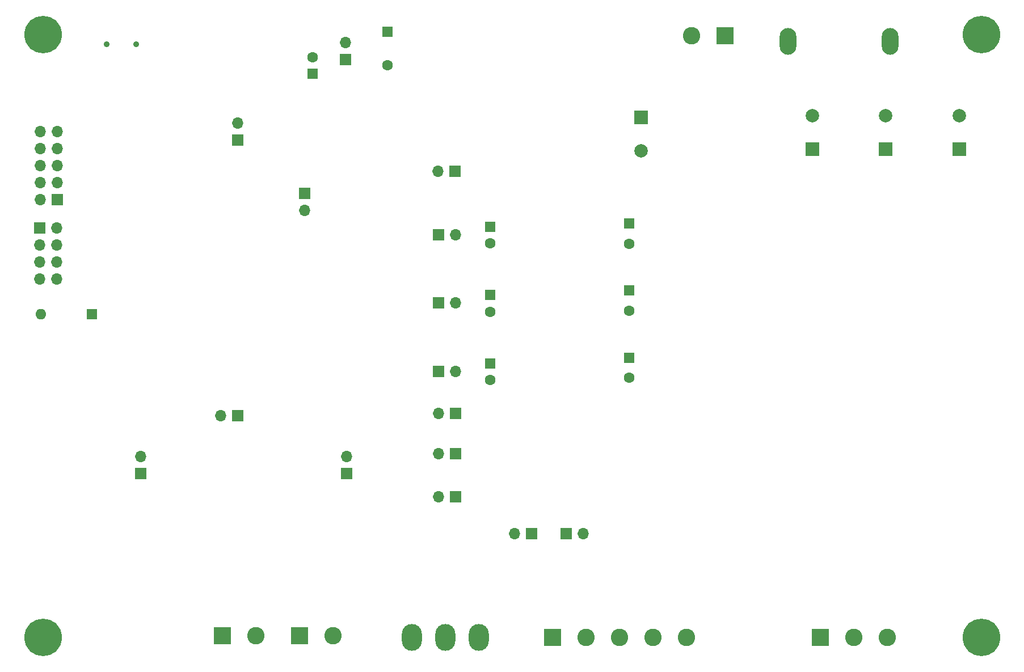
<source format=gbr>
%TF.GenerationSoftware,KiCad,Pcbnew,8.0.3*%
%TF.CreationDate,2024-07-07T23:54:37+03:00*%
%TF.ProjectId,STM32_Motor_Kit_v0.1,53544d33-325f-44d6-9f74-6f725f4b6974,rev?*%
%TF.SameCoordinates,Original*%
%TF.FileFunction,Soldermask,Bot*%
%TF.FilePolarity,Negative*%
%FSLAX46Y46*%
G04 Gerber Fmt 4.6, Leading zero omitted, Abs format (unit mm)*
G04 Created by KiCad (PCBNEW 8.0.3) date 2024-07-07 23:54:37*
%MOMM*%
%LPD*%
G01*
G04 APERTURE LIST*
%ADD10R,1.700000X1.700000*%
%ADD11O,1.700000X1.700000*%
%ADD12R,1.600000X1.600000*%
%ADD13C,1.600000*%
%ADD14C,0.800000*%
%ADD15C,5.600000*%
%ADD16R,2.000000X2.000000*%
%ADD17C,2.000000*%
%ADD18O,1.600000X1.600000*%
%ADD19C,0.900000*%
%ADD20R,2.600000X2.600000*%
%ADD21C,2.600000*%
%ADD22O,2.500000X4.000000*%
%ADD23O,3.000000X4.000000*%
G04 APERTURE END LIST*
D10*
%TO.C,JP13*%
X100250000Y-120525000D03*
D11*
X100250000Y-117985000D03*
%TD*%
D12*
%TO.C,C57*%
X142450000Y-103250000D03*
D13*
X142450000Y-106250000D03*
%TD*%
D10*
%TO.C,JP4*%
X84025000Y-111945000D03*
D11*
X81485000Y-111945000D03*
%TD*%
D12*
%TO.C,C43*%
X121700000Y-83694888D03*
D13*
X121700000Y-86194888D03*
%TD*%
D10*
%TO.C,J2*%
X54460000Y-83860000D03*
D11*
X57000000Y-83860000D03*
X54460000Y-86400000D03*
X57000000Y-86400000D03*
X54460000Y-88940000D03*
X57000000Y-88940000D03*
X54460000Y-91480000D03*
X57000000Y-91480000D03*
%TD*%
D14*
%TO.C,H2*%
X192800000Y-55000000D03*
X193500000Y-53500000D03*
X193500000Y-56500000D03*
X195000000Y-52800000D03*
D15*
X195000000Y-55000000D03*
D14*
X195000000Y-57200000D03*
X196500000Y-53500000D03*
X196500000Y-56500000D03*
X197200000Y-55000000D03*
%TD*%
D10*
%TO.C,JP10*%
X116575000Y-124000000D03*
D11*
X114035000Y-124000000D03*
%TD*%
D16*
%TO.C,C19*%
X144250000Y-67382323D03*
D17*
X144250000Y-72382323D03*
%TD*%
D10*
%TO.C,JP6*%
X114025000Y-84900000D03*
D11*
X116565000Y-84900000D03*
%TD*%
D12*
%TO.C,C45*%
X121700000Y-104094888D03*
D13*
X121700000Y-106594888D03*
%TD*%
D12*
%TO.C,SW1*%
X62300000Y-96750000D03*
D18*
X54680000Y-96750000D03*
%TD*%
D16*
%TO.C,C58*%
X180750000Y-72117677D03*
D17*
X180750000Y-67117677D03*
%TD*%
D12*
%TO.C,C53*%
X142450000Y-83250000D03*
D13*
X142450000Y-86250000D03*
%TD*%
D10*
%TO.C,JP12*%
X133075000Y-129500000D03*
D11*
X135615000Y-129500000D03*
%TD*%
D19*
%TO.C,J8*%
X68900000Y-56500000D03*
X64500000Y-56500000D03*
%TD*%
D16*
%TO.C,C59*%
X191750000Y-72117677D03*
D17*
X191750000Y-67117677D03*
%TD*%
D14*
%TO.C,H4*%
X192800000Y-145000000D03*
X193500000Y-143500000D03*
X193500000Y-146500000D03*
X195000000Y-142800000D03*
D15*
X195000000Y-145000000D03*
D14*
X195000000Y-147200000D03*
X196500000Y-143500000D03*
X196500000Y-146500000D03*
X197200000Y-145000000D03*
%TD*%
D12*
%TO.C,C31*%
X106400000Y-54597349D03*
D13*
X106400000Y-59597349D03*
%TD*%
D20*
%TO.C,J3*%
X81750000Y-144805000D03*
D21*
X86750000Y-144805000D03*
%TD*%
D10*
%TO.C,JP7*%
X114025000Y-95100000D03*
D11*
X116565000Y-95100000D03*
%TD*%
D20*
%TO.C,J5*%
X131000000Y-145000000D03*
D21*
X136000000Y-145000000D03*
X141000000Y-145000000D03*
X146000000Y-145000000D03*
X151000000Y-145000000D03*
%TD*%
D22*
%TO.C,F1*%
X166130000Y-56000000D03*
X181370000Y-56000000D03*
%TD*%
D20*
%TO.C,J1*%
X156750000Y-55195000D03*
D21*
X151750000Y-55195000D03*
%TD*%
D10*
%TO.C,JP15*%
X84000000Y-70775000D03*
D11*
X84000000Y-68235000D03*
%TD*%
D20*
%TO.C,J4*%
X171000000Y-145000000D03*
D21*
X176000000Y-145000000D03*
X181000000Y-145000000D03*
%TD*%
D12*
%TO.C,C44*%
X121700000Y-93894888D03*
D13*
X121700000Y-96394888D03*
%TD*%
D10*
%TO.C,JP3*%
X116500000Y-75400000D03*
D11*
X113960000Y-75400000D03*
%TD*%
D14*
%TO.C,H3*%
X52800000Y-145000000D03*
X53500000Y-143500000D03*
X53500000Y-146500000D03*
X55000000Y-142800000D03*
D15*
X55000000Y-145000000D03*
D14*
X55000000Y-147200000D03*
X56500000Y-143500000D03*
X56500000Y-146500000D03*
X57200000Y-145000000D03*
%TD*%
D10*
%TO.C,JP9*%
X116575000Y-117600000D03*
D11*
X114035000Y-117600000D03*
%TD*%
D10*
%TO.C,J6*%
X57075000Y-79675000D03*
D11*
X54535000Y-79675000D03*
X57075000Y-77135000D03*
X54535000Y-77135000D03*
X57075000Y-74595000D03*
X54535000Y-74595000D03*
X57075000Y-72055000D03*
X54535000Y-72055000D03*
X57075000Y-69515000D03*
X54535000Y-69515000D03*
%TD*%
D14*
%TO.C,H1*%
X52800000Y-55000000D03*
X53500000Y-53500000D03*
X53500000Y-56500000D03*
X55000000Y-52800000D03*
D15*
X55000000Y-55000000D03*
D14*
X55000000Y-57200000D03*
X56500000Y-53500000D03*
X56500000Y-56500000D03*
X57200000Y-55000000D03*
%TD*%
D10*
%TO.C,JP2*%
X100100000Y-58775000D03*
D11*
X100100000Y-56235000D03*
%TD*%
D23*
%TO.C,RV1*%
X110000000Y-145000000D03*
X115000000Y-145000000D03*
X120000000Y-145000000D03*
%TD*%
D16*
%TO.C,C103*%
X169800000Y-72117677D03*
D17*
X169800000Y-67117677D03*
%TD*%
D10*
%TO.C,JP1*%
X94000000Y-78725000D03*
D11*
X94000000Y-81265000D03*
%TD*%
D10*
%TO.C,JP5*%
X114025000Y-105300000D03*
D11*
X116565000Y-105300000D03*
%TD*%
D10*
%TO.C,JP14*%
X69550000Y-120525000D03*
D11*
X69550000Y-117985000D03*
%TD*%
D20*
%TO.C,J7*%
X93250000Y-144805000D03*
D21*
X98250000Y-144805000D03*
%TD*%
D10*
%TO.C,JP8*%
X116575000Y-111600000D03*
D11*
X114035000Y-111600000D03*
%TD*%
D12*
%TO.C,C11*%
X95200000Y-60905113D03*
D13*
X95200000Y-58405113D03*
%TD*%
D10*
%TO.C,JP11*%
X127875000Y-129500000D03*
D11*
X125335000Y-129500000D03*
%TD*%
D12*
%TO.C,C55*%
X142450000Y-93250000D03*
D13*
X142450000Y-96250000D03*
%TD*%
M02*

</source>
